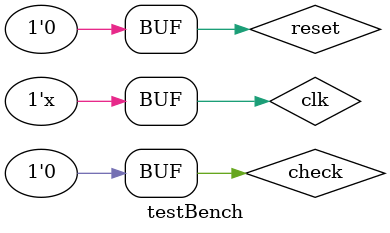
<source format=v>
`timescale 1ns / 1ps


module testBench;

	// Inputs
	reg clk;
	reg reset;
	reg check;

	// Outputs
	wire [7:0] LED;

	// Instantiate the Unit Under Test (UUT)
	TOP uut (
		.clk(clk), 
		.reset(reset), 
		.check(check), 
		.LED(LED)
	);
always begin
    #5 clk = ~clk;
  end

  // Test Stimulus
  initial begin
    // Initialize Inputs
    reset = 1;
    
    check = 0;
    clk = 0;
		// Wait 100 ns for global reset to finish
		#10 reset = 0;
		#100;
        
		// Add stimulus here

	end
      
endmodule


</source>
